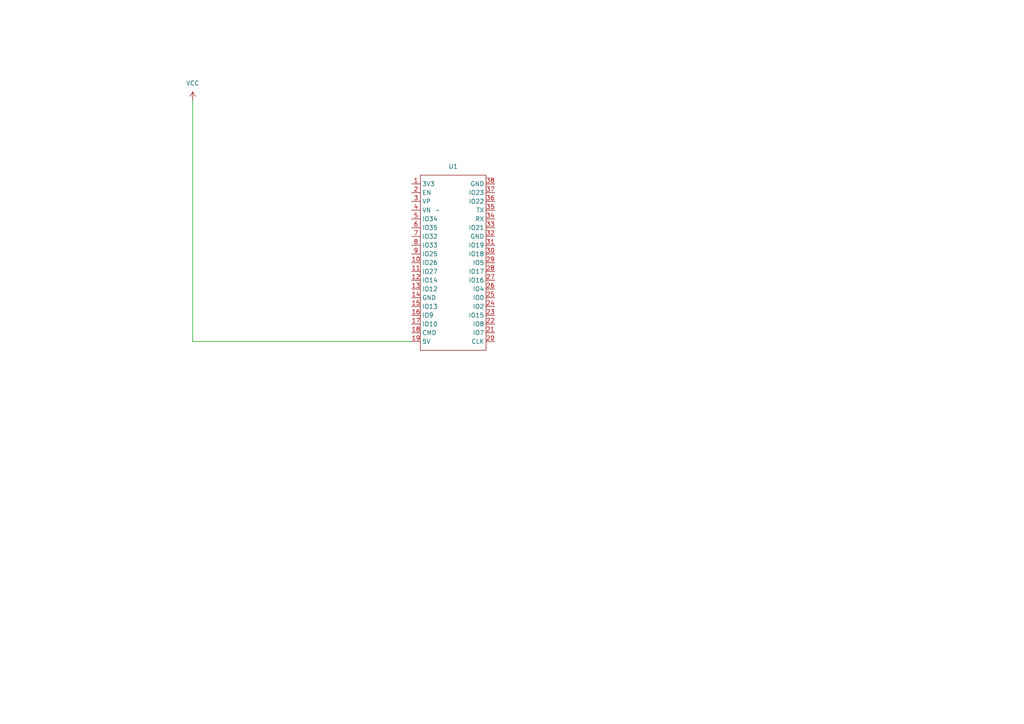
<source format=kicad_sch>
(kicad_sch (version 20230121) (generator eeschema)
  (paper "A4")
  (lib_symbols
    (symbol "morilib:esp32dev"
      (property "Reference" "U" (at 3.81 12.7 0))
      (symbol "esp32dev_0_1"
        (rectangle (start -5.08 10.16) (end 13.97 -40.64))
      )
      (symbol "esp32dev_1_1"
        (pin power_in line (at -7.62 7.62 0) (length 2.54) (name "3V3") (number "1"))
        (pin bidirectional line (at -7.62 -15.24 0) (length 2.54) (name "IO26") (number "10"))
        (pin bidirectional line (at -7.62 -17.78 0) (length 2.54) (name "IO27") (number "11"))
        (pin bidirectional line (at -7.62 -20.32 0) (length 2.54) (name "IO14") (number "12"))
        (pin bidirectional line (at -7.62 -22.86 0) (length 2.54) (name "IO12") (number "13"))
        (pin output line (at -7.62 -25.4 0) (length 2.54) (name "GND") (number "14"))
        (pin bidirectional line (at -7.62 -27.94 0) (length 2.54) (name "IO13") (number "15"))
        (pin bidirectional line (at -7.62 -30.48 0) (length 2.54) (name "IO9") (number "16"))
        (pin bidirectional line (at -7.62 -33.02 0) (length 2.54) (name "IO10") (number "17"))
        (pin bidirectional line (at -7.62 -35.56 0) (length 2.54) (name "CMD") (number "18"))
        (pin power_in line (at -7.62 -38.1 0) (length 2.54) (name "5V") (number "19"))
        (pin input line (at -7.62 5.08 0) (length 2.54) (name "EN") (number "2"))
        (pin bidirectional line (at 16.51 -38.1 180) (length 2.54) (name "CLK") (number "20"))
        (pin bidirectional line (at 16.51 -35.56 180) (length 2.54) (name "IO7") (number "21"))
        (pin bidirectional line (at 16.51 -33.02 180) (length 2.54) (name "IO8") (number "22"))
        (pin bidirectional line (at 16.51 -30.48 180) (length 2.54) (name "IO15") (number "23"))
        (pin bidirectional line (at 16.51 -27.94 180) (length 2.54) (name "IO2") (number "24"))
        (pin bidirectional line (at 16.51 -25.4 180) (length 2.54) (name "IO0") (number "25"))
        (pin bidirectional line (at 16.51 -22.86 180) (length 2.54) (name "IO4") (number "26"))
        (pin bidirectional line (at 16.51 -20.32 180) (length 2.54) (name "IO16") (number "27"))
        (pin bidirectional line (at 16.51 -17.78 180) (length 2.54) (name "IO17") (number "28"))
        (pin bidirectional line (at 16.51 -15.24 180) (length 2.54) (name "IO5") (number "29"))
        (pin input line (at -7.62 2.54 0) (length 2.54) (name "VP") (number "3"))
        (pin bidirectional line (at 16.51 -12.7 180) (length 2.54) (name "IO18") (number "30"))
        (pin bidirectional line (at 16.51 -10.16 180) (length 2.54) (name "IO19") (number "31"))
        (pin output line (at 16.51 -7.62 180) (length 2.54) (name "GND") (number "32"))
        (pin bidirectional line (at 16.51 -5.08 180) (length 2.54) (name "IO21") (number "33"))
        (pin bidirectional line (at 16.51 -2.54 180) (length 2.54) (name "RX") (number "34"))
        (pin bidirectional line (at 16.51 0 180) (length 2.54) (name "TX") (number "35"))
        (pin bidirectional line (at 16.51 2.54 180) (length 2.54) (name "IO22") (number "36"))
        (pin bidirectional line (at 16.51 5.08 180) (length 2.54) (name "IO23") (number "37"))
        (pin output line (at 16.51 7.62 180) (length 2.54) (name "GND") (number "38"))
        (pin input line (at -7.62 0 0) (length 2.54) (name "VN") (number "4"))
        (pin input line (at -7.62 -2.54 0) (length 2.54) (name "IO34") (number "5"))
        (pin input line (at -7.62 -5.08 0) (length 2.54) (name "IO35") (number "6"))
        (pin bidirectional line (at -7.62 -7.62 0) (length 2.54) (name "IO32") (number "7"))
        (pin bidirectional line (at -7.62 -10.16 0) (length 2.54) (name "IO33") (number "8"))
        (pin bidirectional line (at -7.62 -12.7 0) (length 2.54) (name "IO25") (number "9"))
      )
    )
    (symbol "power:VCC" (power) (pin_names (offset 0))
      (property "Value" "VCC" (at 0 3.81 0))
      (symbol "VCC_0_1"
        (polyline (pts (xy -0.762 1.27) (xy 0 2.54)))
        (polyline (pts (xy 0 0) (xy 0 2.54)))
        (polyline (pts (xy 0 2.54) (xy 0.762 1.27)))
      )
      (symbol "VCC_1_1"
        (pin power_in line (at 0 0 90) (length 0) hide (name "VCC") (number "1"))
      )
    )
  )
  (wire (pts (xy 55.88 99.06) (xy 119.38 99.06)))
  (wire (pts (xy 55.88 29.21) (xy 55.88 99.06)))
  (symbol (lib_id "morilib:esp32dev") (at 127 60.96 0) (unit 1)
    (property "Reference" "U1" (at 131.445 48.26 0))
    (property "Value" "~" (at 127 60.96 0))
    (property "Footprint" "mori:ESP32" (effects hide))
  )
  (symbol (lib_id "power:VCC") (at 55.88 29.21 0) (unit 1)
    (property "Reference" "#PWR01" (effects hide))
    (property "Value" "VCC" (at 55.88 24.13 0))
  )
)
</source>
